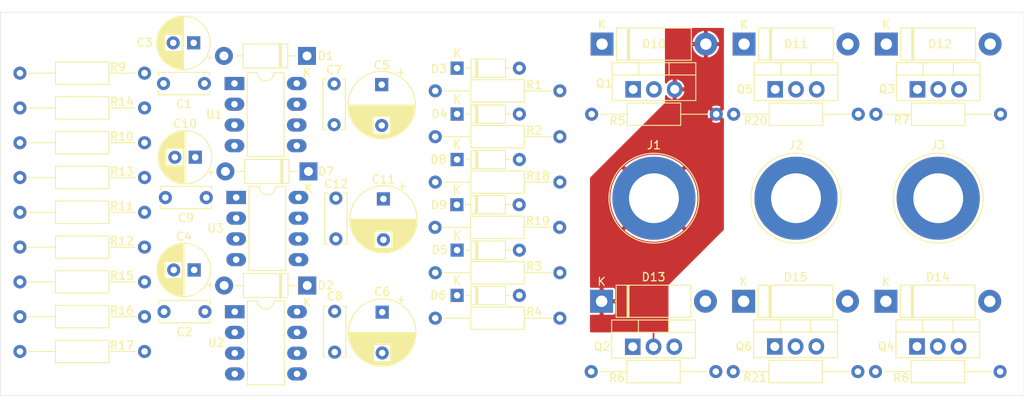
<source format=kicad_pcb>
(kicad_pcb (version 20240108) (generator "pcbnew") (generator_version "8.0")
  (layers (0 "F.Cu" signal) (31 "B.Cu" signal) (34 "B.Paste" user) (35 "F.Paste" user) (36 "B.SilkS" user "B.Silkscreen") (37 "F.SilkS" user "F.Silkscreen") (38 "B.Mask" user) (39 "F.Mask" user) (44 "Edge.Cuts" user))
  (net 0 "")
  (net 1 "VDD")
  (net 2 "GND")
  (net 3 "/MOSFET/PHASE_A")
  (net 4 "Net-(D1-K)")
  (net 5 "/MOSFET/PHASE_C")
  (net 6 "Net-(D2-K)")
  (net 7 "Net-(D7-K)")
  (net 8 "/MOSFET/PHASE_B")
  (net 9 "Net-(D3-K)")
  (net 10 "Net-(D3-A)")
  (net 11 "Net-(D4-K)")
  (net 12 "Net-(D4-A)")
  (net 13 "Net-(D5-K)")
  (net 14 "Net-(D5-A)")
  (net 15 "Net-(D6-A)")
  (net 16 "Net-(D6-K)")
  (net 17 "Net-(D8-A)")
  (net 18 "Net-(D8-K)")
  (net 19 "Net-(D9-A)")
  (net 20 "Net-(D9-K)")
  (net 21 "VDC")
  (net 22 "/MOSFET/BEMF_A")
  (net 23 "/MOSFET/BEMF_B")
  (net 24 "/MOSFET/BEMF_C")
  (net 25 "/MOSFET/PHASE_VGND")
  (net 26 "/MOSFET/PWML_A")
  (net 27 "/MOSFET/PWMH_A")
  (net 28 "/MOSFET/PWMH_C")
  (net 29 "/MOSFET/PWML_C")
  (net 30 "/MOSFET/PWML_B")
  (net 31 "/MOSFET/PWMH_B")
  (footprint "Capacitor_THT:CP_Radial_D8.0mm_P5.00mm" (layer "F.Cu") (at 136.0678 92.491749 -90)
    (property "Reference" "C5" (at -2.372549 0 180) (layer "F.SilkS"))
    (property "Value" "10u")
    (pad "1" thru_hole rect (at 0 0 270) (size 1.6 1.6) (drill 0.8) (layers "*.Cu" "*.Mask") (net 4 "Net-(D1-K)"))
    (pad "2" thru_hole circle (at 5 0 270) (size 1.6 1.6) (drill 0.8) (layers "*.Cu" "*.Mask") (net 3 "/MOSFET/PHASE_A"))
  )
  (footprint "Resistor_THT:R_Axial_DIN0207_L6.3mm_D2.5mm_P15.24mm_Horizontal" (layer "F.Cu") (at 176.9872 96.1136 180)
    (property "Reference" "R5" (at 12.0904 -0.814 360) (layer "F.SilkS"))
    (property "Value" "10K")
    (pad "1" thru_hole circle (at 0 0 180) (size 1.6 1.6) (drill 0.8) (layers "*.Cu" "*.Mask") (net 3 "/MOSFET/PHASE_A"))
    (pad "2" thru_hole oval (at 15.24 0 180) (size 1.6 1.6) (drill 0.8) (layers "*.Cu" "*.Mask") (net 10 "Net-(D3-A)"))
  )
  (footprint "Capacitor_THT:CP_Radial_D8.0mm_P5.00mm" (layer "F.Cu") (at 136.2814 106.485149 -90)
    (property "Reference" "C11" (at -2.397949 0 180) (layer "F.SilkS"))
    (property "Value" "10u")
    (pad "1" thru_hole rect (at 0 0 270) (size 1.6 1.6) (drill 0.8) (layers "*.Cu" "*.Mask") (net 7 "Net-(D7-K)"))
    (pad "2" thru_hole circle (at 5 0 270) (size 1.6 1.6) (drill 0.8) (layers "*.Cu" "*.Mask") (net 8 "/MOSFET/PHASE_B"))
  )
  (footprint "Resistor_THT:R_Axial_DIN0207_L6.3mm_D2.5mm_P15.24mm_Horizontal" (layer "F.Cu") (at 107.061 120.910675 180)
    (property "Reference" "R16" (at 2.7686 0.762 360) (layer "F.SilkS"))
    (property "Value" "33K")
    (pad "1" thru_hole circle (at 0 0 180) (size 1.6 1.6) (drill 0.8) (layers "*.Cu" "*.Mask") (net 23 "/MOSFET/BEMF_B"))
    (pad "2" thru_hole oval (at 15.24 0 180) (size 1.6 1.6) (drill 0.8) (layers "*.Cu" "*.Mask") (net 25 "/MOSFET/PHASE_VGND"))
  )
  (footprint "Diode_THT:D_DO-35_SOD27_P7.62mm_Horizontal" (layer "F.Cu") (at 145.2626 107.1992)
    (property "Reference" "D9" (at -2.2098 0.0242 0) (layer "F.SilkS"))
    (property "Value" "1N4148")
    (fp_text user "K" (at 0 -1.8 0) (layer "F.SilkS"))
    (pad "1" thru_hole rect (at 0 0) (size 1.6 1.6) (drill 0.8) (layers "*.Cu" "*.Mask") (net 20 "Net-(D9-K)"))
    (pad "2" thru_hole oval (at 7.62 0) (size 1.6 1.6) (drill 0.8) (layers "*.Cu" "*.Mask") (net 19 "Net-(D9-A)"))
  )
  (footprint "Capacitor_THT:C_Disc_D6.0mm_W2.5mm_P5.00mm" (layer "F.Cu") (at 130.4648 106.3878 -90)
    (property "Reference" "C12" (at -1.7418 0 180) (layer "F.SilkS"))
    (property "Value" "1u")
    (pad "1" thru_hole circle (at 0 0 270) (size 1.6 1.6) (drill 0.8) (layers "*.Cu" "*.Mask") (net 7 "Net-(D7-K)"))
    (pad "2" thru_hole circle (at 5 0 270) (size 1.6 1.6) (drill 0.8) (layers "*.Cu" "*.Mask") (net 8 "/MOSFET/PHASE_B"))
  )
  (footprint "Capacitor_THT:CP_Radial_D6.3mm_P2.50mm" (layer "F.Cu") (at 113.06938 87.376 180)
    (property "Reference" "C3" (at 6.00838 0.0254 0) (layer "F.SilkS"))
    (property "Value" "10u")
    (pad "1" thru_hole rect (at 0 0 180) (size 1.6 1.6) (drill 0.8) (layers "*.Cu" "*.Mask") (net 1 "VDD"))
    (pad "2" thru_hole circle (at 2.5 0 180) (size 1.6 1.6) (drill 0.8) (layers "*.Cu" "*.Mask") (net 2 "GND"))
  )
  (footprint "Resistor_THT:R_Axial_DIN0207_L6.3mm_D2.5mm_P15.24mm_Horizontal" (layer "F.Cu") (at 107.061 103.868575 180)
    (property "Reference" "R13" (at 2.7686 0.762 360) (layer "F.SilkS"))
    (property "Value" "33K")
    (pad "1" thru_hole circle (at 0 0 180) (size 1.6 1.6) (drill 0.8) (layers "*.Cu" "*.Mask") (net 2 "GND"))
    (pad "2" thru_hole oval (at 15.24 0 180) (size 1.6 1.6) (drill 0.8) (layers "*.Cu" "*.Mask") (net 23 "/MOSFET/BEMF_B"))
  )
  (footprint "Package_DIP:DIP-8_W7.62mm_LongPads" (layer "F.Cu") (at 118.2728 106.3078)
    (property "Reference" "U3" (at -2.54 3.7738 0) (layer "F.SilkS"))
    (property "Value" "IR2101")
    (pad "1" thru_hole rect (at 0 0) (size 2.4 1.6) (drill 0.8) (layers "*.Cu" "*.Mask") (net 1 "VDD"))
    (pad "2" thru_hole oval (at 0 2.54) (size 2.4 1.6) (drill 0.8) (layers "*.Cu" "*.Mask") (net 31 "/MOSFET/PWMH_B"))
    (pad "3" thru_hole oval (at 0 5.08) (size 2.4 1.6) (drill 0.8) (layers "*.Cu" "*.Mask") (net 30 "/MOSFET/PWML_B"))
    (pad "4" thru_hole oval (at 0 7.62) (size 2.4 1.6) (drill 0.8) (layers "*.Cu" "*.Mask") (net 2 "GND"))
    (pad "5" thru_hole oval (at 7.62 7.62) (size 2.4 1.6) (drill 0.8) (layers "*.Cu" "*.Mask") (net 20 "Net-(D9-K)"))
    (pad "6" thru_hole oval (at 7.62 5.08) (size 2.4 1.6) (drill 0.8) (layers "*.Cu" "*.Mask") (net 8 "/MOSFET/PHASE_B"))
    (pad "7" thru_hole oval (at 7.62 2.54) (size 2.4 1.6) (drill 0.8) (layers "*.Cu" "*.Mask") (net 18 "Net-(D8-K)"))
    (pad "8" thru_hole oval (at 7.62 0) (size 2.4 1.6) (drill 0.8) (layers "*.Cu" "*.Mask") (net 7 "Net-(D7-K)"))
  )
  (footprint "Diode_THT:D_DO-35_SOD27_P7.62mm_Horizontal" (layer "F.Cu") (at 145.288 90.4748)
    (property "Reference" "D3" (at -2.2352 0.0762 0) (layer "F.SilkS"))
    (property "Value" "1N4148")
    (fp_text user "K" (at 0 -1.8 0) (layer "F.SilkS"))
    (pad "1" thru_hole rect (at 0 0) (size 1.6 1.6) (drill 0.8) (layers "*.Cu" "*.Mask") (net 9 "Net-(D3-K)"))
    (pad "2" thru_hole oval (at 7.62 0) (size 1.6 1.6) (drill 0.8) (layers "*.Cu" "*.Mask") (net 10 "Net-(D3-A)"))
  )
  (footprint "Resistor_THT:R_Axial_DIN0207_L6.3mm_D2.5mm_P15.24mm_Horizontal" (layer "F.Cu") (at 142.5956 109.9678)
    (property "Reference" "R19" (at 12.566591 -0.7886 0) (layer "F.SilkS"))
    (property "Value" "10")
    (pad "1" thru_hole circle (at 0 0) (size 1.6 1.6) (drill 0.8) (layers "*.Cu" "*.Mask") (net 20 "Net-(D9-K)"))
    (pad "2" thru_hole oval (at 15.24 0) (size 1.6 1.6) (drill 0.8) (layers "*.Cu" "*.Mask") (net 19 "Net-(D9-A)"))
  )
  (footprint "Diode_THT:D_5W_P12.70mm_Horizontal" (layer "F.Cu") (at 197.739 119.0244)
    (property "Reference" "D14" (at 6.35 -2.97 0) (layer "F.SilkS"))
    (property "Value" "SS34")
    (fp_text user "K" (at 0 -2.4 0) (layer "F.SilkS"))
    (pad "1" thru_hole rect (at 0 0) (size 2.8 2.8) (drill 1.4) (layers "*.Cu" "*.Mask") (net 5 "/MOSFET/PHASE_C"))
    (pad "2" thru_hole oval (at 12.7 0) (size 2.8 2.8) (drill 1.4) (layers "*.Cu" "*.Mask") (net 2 "GND"))
  )
  (footprint "Package_TO_SOT_THT:TO-220-3_Vertical" (layer "F.Cu") (at 166.8272 93.0708)
    (property "Reference" "Q1" (at -3.556 -0.7164 360) (layer "F.SilkS"))
    (property "Value" "IRF3205")
    (pad "1" thru_hole rect (at 0 0) (size 1.905 2) (drill 1.1) (layers "*.Cu" "*.Mask") (net 10 "Net-(D3-A)"))
    (pad "2" thru_hole oval (at 2.54 0) (size 1.905 2) (drill 1.1) (layers "*.Cu" "*.Mask") (net 21 "VDC"))
    (pad "3" thru_hole oval (at 5.08 0) (size 1.905 2) (drill 1.1) (layers "*.Cu" "*.Mask") (net 3 "/MOSFET/PHASE_A"))
  )
  (footprint "Diode_THT:D_5W_P12.70mm_Horizontal" (layer "F.Cu") (at 163.0172 87.5284)
    (property "Reference" "D10" (at 6.35 0 0) (layer "F.SilkS"))
    (property "Value" "SS34")
    (fp_text user "K" (at 0 -2.4 0) (layer "F.SilkS"))
    (pad "1" thru_hole rect (at 0 0) (size 2.8 2.8) (drill 1.4) (layers "*.Cu" "*.Mask") (net 21 "VDC"))
    (pad "2" thru_hole oval (at 12.7 0) (size 2.8 2.8) (drill 1.4) (layers "*.Cu" "*.Mask") (net 3 "/MOSFET/PHASE_A"))
  )
  (footprint "Resistor_THT:R_Axial_DIN0207_L6.3mm_D2.5mm_P15.24mm_Horizontal" (layer "F.Cu") (at 107.061 95.347525 180)
    (property "Reference" "R14" (at 2.7686 0.762 360) (layer "F.SilkS"))
    (property "Value" "33K")
    (pad "1" thru_hole circle (at 0 0 180) (size 1.6 1.6) (drill 0.8) (layers "*.Cu" "*.Mask") (net 2 "GND"))
    (pad "2" thru_hole oval (at 15.24 0 180) (size 1.6 1.6) (drill 0.8) (layers "*.Cu" "*.Mask") (net 22 "/MOSFET/BEMF_A"))
  )
  (footprint "Package_DIP:DIP-8_W7.62mm_LongPads" (layer "F.Cu") (at 118.095 120.3032)
    (property "Reference" "U2" (at -2.2606 3.7992 0) (layer "F.SilkS"))
    (property "Value" "IR2101")
    (pad "1" thru_hole rect (at 0 0) (size 2.4 1.6) (drill 0.8) (layers "*.Cu" "*.Mask") (net 1 "VDD"))
    (pad "2" thru_hole oval (at 0 2.54) (size 2.4 1.6) (drill 0.8) (layers "*.Cu" "*.Mask") (net 28 "/MOSFET/PWMH_C"))
    (pad "3" thru_hole oval (at 0 5.08) (size 2.4 1.6) (drill 0.8) (layers "*.Cu" "*.Mask") (net 29 "/MOSFET/PWML_C"))
    (pad "4" thru_hole oval (at 0 7.62) (size 2.4 1.6) (drill 0.8) (layers "*.Cu" "*.Mask") (net 2 "GND"))
    (pad "5" thru_hole oval (at 7.62 7.62) (size 2.4 1.6) (drill 0.8) (layers "*.Cu" "*.Mask") (net 16 "Net-(D6-K)"))
    (pad "6" thru_hole oval (at 7.62 5.08) (size 2.4 1.6) (drill 0.8) (layers "*.Cu" "*.Mask") (net 5 "/MOSFET/PHASE_C"))
    (pad "7" thru_hole oval (at 7.62 2.54) (size 2.4 1.6) (drill 0.8) (layers "*.Cu" "*.Mask") (net 13 "Net-(D5-K)"))
    (pad "8" thru_hole oval (at 7.62 0) (size 2.4 1.6) (drill 0.8) (layers "*.Cu" "*.Mask") (net 6 "Net-(D2-K)"))
  )
  (footprint "Capacitor_THT:C_Disc_D6.0mm_W2.5mm_P5.00mm" (layer "F.Cu") (at 114.387 92.3544 180)
    (property "Reference" "C1" (at 2.5 -2.5 0) (layer "F.SilkS"))
    (property "Value" "100n")
    (pad "1" thru_hole circle (at 0 0 180) (size 1.6 1.6) (drill 0.8) (layers "*.Cu" "*.Mask") (net 1 "VDD"))
    (pad "2" thru_hole circle (at 5 0 180) (size 1.6 1.6) (drill 0.8) (layers "*.Cu" "*.Mask") (net 2 "GND"))
  )
  (footprint "Capacitor_THT:CP_Radial_D6.3mm_P2.50mm" (layer "F.Cu") (at 113.13058 115.187 180)
    (property "Reference" "C4" (at 1.25 4.0894 360) (layer "F.SilkS"))
    (property "Value" "10u")
    (pad "1" thru_hole rect (at 0 0 180) (size 1.6 1.6) (drill 0.8) (layers "*.Cu" "*.Mask") (net 1 "VDD"))
    (pad "2" thru_hole circle (at 2.5 0 180) (size 1.6 1.6) (drill 0.8) (layers "*.Cu" "*.Mask") (net 2 "GND"))
  )
  (footprint "Package_DIP:DIP-8_W7.62mm_LongPads" (layer "F.Cu") (at 118.0592 92.3544)
    (property "Reference" "U1" (at -2.4788 3.808 0) (layer "F.SilkS"))
    (property "Value" "IR2101")
    (pad "1" thru_hole rect (at 0 0) (size 2.4 1.6) (drill 0.8) (layers "*.Cu" "*.Mask") (net 1 "VDD"))
    (pad "2" thru_hole oval (at 0 2.54) (size 2.4 1.6) (drill 0.8) (layers "*.Cu" "*.Mask") (net 27 "/MOSFET/PWMH_A"))
    (pad "3" thru_hole oval (at 0 5.08) (size 2.4 1.6) (drill 0.8) (layers "*.Cu" "*.Mask") (net 26 "/MOSFET/PWML_A"))
    (pad "4" thru_hole oval (at 0 7.62) (size 2.4 1.6) (drill 0.8) (layers "*.Cu" "*.Mask") (net 2 "GND"))
    (pad "5" thru_hole oval (at 7.62 7.62) (size 2.4 1.6) (drill 0.8) (layers "*.Cu" "*.Mask") (net 11 "Net-(D4-K)"))
    (pad "6" thru_hole oval (at 7.62 5.08) (size 2.4 1.6) (drill 0.8) (layers "*.Cu" "*.Mask") (net 3 "/MOSFET/PHASE_A"))
    (pad "7" thru_hole oval (at 7.62 2.54) (size 2.4 1.6) (drill 0.8) (layers "*.Cu" "*.Mask") (net 9 "Net-(D3-K)"))
    (pad "8" thru_hole oval (at 7.62 0) (size 2.4 1.6) (drill 0.8) (layers "*.Cu" "*.Mask") (net 4 "Net-(D1-K)"))
  )
  (footprint "Capacitor_THT:C_Disc_D6.0mm_W2.5mm_P5.00mm" (layer "F.Cu") (at 130.2512 92.3944 -90)
    (property "Reference" "C7" (at -1.7164 0 180) (layer "F.SilkS"))
    (property "Value" "1u")
    (pad "1" thru_hole circle (at 0 0 270) (size 1.6 1.6) (drill 0.8) (layers "*.Cu" "*.Mask") (net 4 "Net-(D1-K)"))
    (pad "2" thru_hole circle (at 5 0 270) (size 1.6 1.6) (drill 0.8) (layers "*.Cu" "*.Mask") (net 3 "/MOSFET/PHASE_A"))
  )
  (footprint "Package_TO_SOT_THT:TO-220-3_Vertical" (layer "F.Cu") (at 201.549 124.5616)
    (property "Reference" "Q4" (at -3.7846 0 0) (layer "F.SilkS"))
    (property "Value" "IRF3205")
    (pad "1" thru_hole rect (at 0 0) (size 1.905 2) (drill 1.1) (layers "*.Cu" "*.Mask") (net 15 "Net-(D6-A)"))
    (pad "2" thru_hole oval (at 2.54 0) (size 1.905 2) (drill 1.1) (layers "*.Cu" "*.Mask") (net 5 "/MOSFET/PHASE_C"))
    (pad "3" thru_hole oval (at 5.08 0) (size 1.905 2) (drill 1.1) (layers "*.Cu" "*.Mask") (net 2 "GND"))
  )
  (footprint "Diode_THT:D_DO-35_SOD27_P7.62mm_Horizontal" (layer "F.Cu") (at 145.288 96.0994)
    (property "Reference" "D4" (at -2.159 -0.0266 0) (layer "F.SilkS"))
    (property "Value" "1N4148")
    (fp_text user "K" (at 0 -1.8 0) (layer "F.SilkS"))
    (pad "1" thru_hole rect (at 0 0) (size 1.6 1.6) (drill 0.8) (layers "*.Cu" "*.Mask") (net 11 "Net-(D4-K)"))
    (pad "2" thru_hole oval (at 7.62 0) (size 1.6 1.6) (drill 0.8) (layers "*.Cu" "*.Mask") (net 12 "Net-(D4-A)"))
  )
  (footprint "Resistor_THT:R_Axial_DIN0207_L6.3mm_D2.5mm_P15.24mm_Horizontal" (layer "F.Cu") (at 107.061 91.087 180)
    (property "Reference" "R9" (at 3.244791 0.762 360) (layer "F.SilkS"))
    (property "Value" "33K")
    (pad "1" thru_hole circle (at 0 0 180) (size 1.6 1.6) (drill 0.8) (layers "*.Cu" "*.Mask") (net 3 "/MOSFET/PHASE_A"))
    (pad "2" thru_hole oval (at 15.24 0 180) (size 1.6 1.6) (drill 0.8) (layers "*.Cu" "*.Mask") (net 22 "/MOSFET/BEMF_A"))
  )
  (footprint "Package_TO_SOT_THT:TO-220-3_Vertical" (layer "F.Cu") (at 184.2008 93.0708)
    (property "Reference" "Q5" (at -3.7338 0 0) (layer "F.SilkS"))
    (property "Value" "IRF3205")
    (pad "1" thru_hole rect (at 0 0) (size 1.905 2) (drill 1.1) (layers "*.Cu" "*.Mask") (net 17 "Net-(D8-A)"))
    (pad "2" thru_hole oval (at 2.54 0) (size 1.905 2) (drill 1.1) (layers "*.Cu" "*.Mask") (net 21 "VDC"))
    (pad "3" thru_hole oval (at 5.08 0) (size 1.905 2) (drill 1.1) (layers "*.Cu" "*.Mask") (net 8 "/MOSFET/PHASE_B"))
  )
  (footprint "Resistor_THT:R_Axial_DIN0207_L6.3mm_D2.5mm_P15.24mm_Horizontal" (layer "F.Cu") (at 142.621 93.2546)
    (property "Reference" "R1" (at 12.0904 -0.7378 0) (layer "F.SilkS"))
    (property "Value" "10")
    (pad "1" thru_hole circle (at 0 0) (size 1.6 1.6) (drill 0.8) (layers "*.Cu" "*.Mask") (net 9 "Net-(D3-K)"))
    (pad "2" thru_hole oval (at 15.24 0) (size 1.6 1.6) (drill 0.8) (layers "*.Cu" "*.Mask") (net 10 "Net-(D3-A)"))
  )
  (footprint "Resistor_THT:R_Axial_DIN0207_L6.3mm_D2.5mm_P15.24mm_Horizontal" (layer "F.Cu") (at 107.061 125.1712 180)
    (property "Reference" "R17" (at 2.7686 0.762 360) (layer "F.SilkS"))
    (property "Value" "33K")
    (pad "1" thru_hole circle (at 0 0 180) (size 1.6 1.6) (drill 0.8) (layers "*.Cu" "*.Mask") (net 24 "/MOSFET/BEMF_C"))
    (pad "2" thru_hole oval (at 15.24 0 180) (size 1.6 1.6) (drill 0.8) (layers "*.Cu" "*.Mask") (net 25 "/MOSFET/PHASE_VGND"))
  )
  (footprint "Resistor_THT:R_Axial_DIN0207_L6.3mm_D2.5mm_P15.24mm_Horizontal" (layer "F.Cu") (at 194.31 127.635 180)
    (property "Reference" "R21" (at 12.566591 -0.7378 360) (layer "F.SilkS"))
    (property "Value" "10K")
    (pad "1" thru_hole circle (at 0 0 180) (size 1.6 1.6) (drill 0.8) (layers "*.Cu" "*.Mask") (net 2 "GND"))
    (pad "2" thru_hole oval (at 15.24 0 180) (size 1.6 1.6) (drill 0.8) (layers "*.Cu" "*.Mask") (net 19 "Net-(D9-A)"))
  )
  (footprint "Resistor_THT:R_Axial_DIN0207_L6.3mm_D2.5mm_P15.24mm_Horizontal" (layer "F.Cu") (at 142.621 98.868)
    (property "Reference" "R2" (at 12.0904 -0.7632 0) (layer "F.SilkS"))
    (property "Value" "10")
    (pad "1" thru_hole circle (at 0 0) (size 1.6 1.6) (drill 0.8) (layers "*.Cu" "*.Mask") (net 11 "Net-(D4-K)"))
    (pad "2" thru_hole oval (at 15.24 0) (size 1.6 1.6) (drill 0.8) (layers "*.Cu" "*.Mask") (net 12 "Net-(D4-A)"))
  )
  (footprint "Resistor_THT:R_Axial_DIN0207_L6.3mm_D2.5mm_P15.24mm_Horizontal" (layer "F.Cu") (at 107.061 99.60805 180)
    (property "Reference" "R10" (at 2.7686 0.762 360) (layer "F.SilkS"))
    (property "Value" "33K")
    (pad "1" thru_hole circle (at 0 0 180) (size 1.6 1.6) (drill 0.8) (layers "*.Cu" "*.Mask") (net 8 "/MOSFET/PHASE_B"))
    (pad "2" thru_hole oval (at 15.24 0 180) (size 1.6 1.6) (drill 0.8) (layers "*.Cu" "*.Mask") (net 23 "/MOSFET/BEMF_B"))
  )
  (footprint "Diode_THT:D_5W_P12.70mm_Horizontal" (layer "F.Cu") (at 197.7898 87.5284)
    (property "Reference" "D12" (at 6.5532 0 0) (layer "F.SilkS"))
    (property "Value" "SS34")
    (fp_text user "K" (at 0 -2.4 0) (layer "F.SilkS"))
    (pad "1" thru_hole rect (at 0 0) (size 2.8 2.8) (drill 1.4) (layers "*.Cu" "*.Mask") (net 21 "VDC"))
    (pad "2" thru_hole oval (at 12.7 0) (size 2.8 2.8) (drill 1.4) (layers "*.Cu" "*.Mask") (net 5 "/MOSFET/PHASE_C"))
  )
  (footprint "Capacitor_THT:C_Disc_D6.0mm_W2.5mm_P5.00mm" (layer "F.Cu") (at 114.61202 106.3224 180)
    (property "Reference" "C9" (at 2.5 -2.5 0) (layer "F.SilkS"))
    (property "Value" "100n")
    (pad "1" thru_hole circle (at 0 0 180) (size 1.6 1.6) (drill 0.8) (layers "*.Cu" "*.Mask") (net 1 "VDD"))
    (pad "2" thru_hole circle (at 5 0 180) (size 1.6 1.6) (drill 0.8) (layers "*.Cu" "*.Mask") (net 2 "GND"))
  )
  (footprint "Package_TO_SOT_THT:TO-220-3_Vertical" (layer "F.Cu") (at 166.7764 124.587)
    (property "Reference" "Q2" (at -3.7592 0 360) (layer "F.SilkS"))
    (property "Value" "IRF3205")
    (pad "1" thru_hole rect (at 0 0) (size 1.905 2) (drill 1.1) (layers "*.Cu" "*.Mask") (net 12 "Net-(D4-A)"))
    (pad "2" thru_hole oval (at 2.54 0) (size 1.905 2) (drill 1.1) (layers "*.Cu" "*.Mask") (net 3 "/MOSFET/PHASE_A"))
    (pad "3" thru_hole oval (at 5.08 0) (size 1.905 2) (drill 1.1) (layers "*.Cu" "*.Mask") (net 2 "GND"))
  )
  (footprint "Diode_THT:D_DO-41_SOD81_P10.16mm_Horizontal" (layer "F.Cu") (at 127.112 103.122 180)
    (property "Reference" "D7" (at -2.1436 0.012 0) (layer "F.SilkS"))
    (property "Value" "1N5819")
    (fp_text user "K" (at 0 -2.1 0) (layer "F.SilkS"))
    (pad "1" thru_hole rect (at 0 0 180) (size 2.2 2.2) (drill 1.1) (layers "*.Cu" "*.Mask") (net 7 "Net-(D7-K)"))
    (pad "2" thru_hole oval (at 10.16 0 180) (size 2.2 2.2) (drill 1.1) (layers "*.Cu" "*.Mask") (net 1 "VDD"))
  )
  (footprint "Resistor_THT:R_Axial_DIN0207_L6.3mm_D2.5mm_P15.24mm_Horizontal" (layer "F.Cu") (at 211.709 127.635 180)
    (property "Reference" "R8" (at 12.0904 -0.7886 360) (layer "F.SilkS"))
    (property "Value" "10K")
    (pad "1" thru_hole circle (at 0 0 180) (size 1.6 1.6) (drill 0.8) (layers "*.Cu" "*.Mask") (net 2 "GND"))
    (pad "2" thru_hole oval (at 15.24 0 180) (size 1.6 1.6) (drill 0.8) (layers "*.Cu" "*.Mask") (net 15 "Net-(D6-A)"))
  )
  (footprint "Package_TO_SOT_THT:TO-220-3_Vertical" (layer "F.Cu") (at 184.15 124.5616)
    (property "Reference" "Q6" (at -3.7846 0 0) (layer "F.SilkS"))
    (property "Value" "IRF3205")
    (pad "1" thru_hole rect (at 0 0) (size 1.905 2) (drill 1.1) (layers "*.Cu" "*.Mask") (net 19 "Net-(D9-A)"))
    (pad "2" thru_hole oval (at 2.54 0) (size 1.905 2) (drill 1.1) (layers "*.Cu" "*.Mask") (net 8 "/MOSFET/PHASE_B"))
    (pad "3" thru_hole oval (at 5.08 0) (size 1.905 2) (drill 1.1) (layers "*.Cu" "*.Mask") (net 2 "GND"))
  )
  (footprint "Connector:Banana_Jack_1Pin" (layer "F.Cu") (at 169.3672 106.4006)
    (property "Reference" "J1" (at 0 -6.5 0) (layer "F.SilkS"))
    (property "Value" "Conn_01x01_Socket")
    (pad "1" thru_hole circle (at 0 0) (size 10.16 10.16) (drill 6.1) (layers "*.Cu" "*.Mask") (net 3 "/MOSFET/PHASE_A"))
  )
  (footprint "Capacitor_THT:CP_Radial_D6.3mm_P2.50mm" (layer "F.Cu") (at 113.269 101.384 180)
    (property "Reference" "C10" (at 1.2446 4.1148 0) (layer "F.SilkS"))
    (property "Value" "10u")
    (pad "1" thru_hole rect (at 0 0 180) (size 1.6 1.6) (drill 0.8) (layers "*.Cu" "*.Mask") (net 1 "VDD"))
    (pad "2" thru_hole circle (at 2.5 0 180) (size 1.6 1.6) (drill 0.8) (layers "*.Cu" "*.Mask") (net 2 "GND"))
  )
  (footprint "Capacitor_THT:CP_Radial_D8.0mm_P5.00mm" (layer "F.Cu") (at 136.129 120.353549 -90)
    (property "Reference" "C6" (at -2.499549 0 180) (layer "F.SilkS"))
    (property "Value" "10u")
    (pad "1" thru_hole rect (at 0 0 270) (size 1.6 1.6) (drill 0.8) (layers "*.Cu" "*.Mask") (net 6 "Net-(D2-K)"))
    (pad "2" thru_hole circle (at 5 0 270) (size 1.6 1.6) (drill 0.8) (layers "*.Cu" "*.Mask") (net 5 "/MOSFET/PHASE_C"))
  )
  (footprint "Resistor_THT:R_Axial_DIN0207_L6.3mm_D2.5mm_P15.24mm_Horizontal" (layer "F.Cu") (at 107.061 108.1291 180)
    (property "Reference" "R11" (at 2.7686 0.762 360) (layer "F.SilkS"))
    (property "Value" "33K")
    (pad "1" thru_hole circle (at 0 0 180) (size 1.6 1.6) (drill 0.8) (layers "*.Cu" "*.Mask") (net 5 "/MOSFET/PHASE_C"))
    (pad "2" thru_hole oval (at 15.24 0 180) (size 1.6 1.6) (drill 0.8) (layers "*.Cu" "*.Mask") (net 24 "/MOSFET/BEMF_C"))
  )
  (footprint "Capacitor_THT:C_Disc_D6.0mm_W2.5mm_P5.00mm" (layer "F.Cu") (at 114.4482 120.2924 180)
    (property "Reference" "C2" (at 2.5 -2.5 360) (layer "F.SilkS"))
    (property "Value" "100n")
    (pad "1" thru_hole circle (at 0 0 180) (size 1.6 1.6) (drill 0.8) (layers "*.Cu" "*.Mask") (net 1 "VDD"))
    (pad "2" thru_hole circle (at 5 0 180) (size 1.6 1.6) (drill 0.8) (layers "*.Cu" "*.Mask") (net 2 "GND"))
  )
  (footprint "Diode_THT:D_5W_P12.70mm_Horizontal" (layer "F.Cu") (at 180.34 119.0244)
    (property "Reference" "D15" (at 6.35 -2.97 0) (layer "F.SilkS"))
    (property "Value" "SS34")
    (fp_text user "K" (at 0 -2.4 0) (layer "F.SilkS"))
    (pad "1" thru_hole rect (at 0 0) (size 2.8 2.8) (drill 1.4) (layers "*.Cu" "*.Mask") (net 8 "/MOSFET/PHASE_B"))
    (pad "2" thru_hole oval (at 12.7 0) (size 2.8 2.8) (drill 1.4) (layers "*.Cu" "*.Mask") (net 2 "GND"))
  )
  (footprint "Resistor_THT:R_Axial_DIN0207_L6.3mm_D2.5mm_P15.24mm_Horizontal" (layer "F.Cu") (at 107.061 116.65015 180)
    (property "Reference" "R15" (at 2.7686 0.762 360) (layer "F.SilkS"))
    (property "Value" "33K")
    (pad "1" thru_hole circle (at 0 0 180) (size 1.6 1.6) (drill 0.8) (layers "*.Cu" "*.Mask") (net 22 "/MOSFET/BEMF_A"))
    (pad "2" thru_hole oval (at 15.24 0 180) (size 1.6 1.6) (drill 0.8) (layers "*.Cu" "*.Mask") (net 25 "/MOSFET/PHASE_VGND"))
  )
  (footprint "Diode_THT:D_DO-35_SOD27_P7.62mm_Horizontal" (layer "F.Cu") (at 145.288 118.299)
    (property "Reference" "D6" (at -2.3114 -0.0012 0) (layer "F.SilkS"))
    (property "Value" "1N4148")
    (fp_text user "K" (at 0 -1.8 0) (layer "F.SilkS"))
    (pad "1" thru_hole rect (at 0 0) (size 1.6 1.6) (drill 0.8) (layers "*.Cu" "*.Mask") (net 16 "Net-(D6-K)"))
    (pad "2" thru_hole oval (at 7.62 0) (size 1.6 1.6) (drill 0.8) (layers "*.Cu" "*.Mask") (net 15 "Net-(D6-A)"))
  )
  (footprint "Resistor_THT:R_Axial_DIN0207_L6.3mm_D2.5mm_P15.24mm_Horizontal" (layer "F.Cu") (at 142.621 115.5304)
    (property "Reference" "R3" (at 12.0904 -0.7886 0) (layer "F.SilkS"))
    (property "Value" "10")
    (pad "1" thru_hole circle (at 0 0) (size 1.6 1.6) (drill 0.8) (layers "*.Cu" "*.Mask") (net 13 "Net-(D5-K)"))
    (pad "2" thru_hole oval (at 15.24 0) (size 1.6 1.6) (drill 0.8) (layers "*.Cu" "*.Mask") (net 14 "Net-(D5-A)"))
  )
  (footprint "Resistor_THT:R_Axial_DIN0207_L6.3mm_D2.5mm_P15.24mm_Horizontal" (layer "F.Cu") (at 142.621 121.093)
    (property "Reference" "R4" (at 12.0904 -0.7632 0) (layer "F.SilkS"))
    (property "Value" "10")
    (pad "1" thru_hole circle (at 0 0) (size 1.6 1.6) (drill 0.8) (layers "*.Cu" "*.Mask") (net 16 "Net-(D6-K)"))
    (pad "2" thru_hole oval (at 15.24 0) (size 1.6 1.6) (drill 0.8) (layers "*.Cu" "*.Mask") (net 15 "Net-(D6-A)"))
  )
  (footprint "Resistor_THT:R_Axial_DIN0207_L6.3mm_D2.5mm_P15.24mm_Horizontal" (layer "F.Cu") (at 107.061 112.389625 180)
    (property "Reference" "R12" (at 2.7686 0.762 360) (layer "F.SilkS"))
    (property "Value" "33K")
    (pad "1" thru_hole circle (at 0 0 180) (size 1.6 1.6) (drill 0.8) (layers "*.Cu" "*.Mask") (net 2 "GND"))
    (pad "2" thru_hole oval (at 15.24 0 180) (size 1.6 1.6) (drill 0.8) (layers "*.Cu" "*.Mask") (net 24 "/MOSFET/BEMF_C"))
  )
  (footprint "Capacitor_THT:C_Disc_D6.0mm_W2.5mm_P5.00mm" (layer "F.Cu") (at 130.3124 120.2562 -90)
    (property "Reference" "C8" (at -1.8434 0 180) (layer "F.SilkS"))
    (property "Value" "1u")
    (pad "1" thru_hole circle (at 0 0 270) (size 1.6 1.6) (drill 0.8) (layers "*.Cu" "*.Mask") (net 6 "Net-(D2-K)"))
    (pad "2" thru_hole circle (at 5 0 270) (size 1.6 1.6) (drill 0.8) (layers "*.Cu" "*.Mask") (net 5 "/MOSFET/PHASE_C"))
  )
  (footprint "Resistor_THT:R_Axial_DIN0207_L6.3mm_D2.5mm_P15.24mm_Horizontal" (layer "F.Cu") (at 211.7598 96.1136 180)
    (property "Reference" "R7" (at 12.0904 -0.7124 360) (layer "F.SilkS"))
    (property "Value" "10K")
    (pad "1" thru_hole circle (at 0 0 180) (size 1.6 1.6) (drill 0.8) (layers "*.Cu" "*.Mask") (net 5 "/MOSFET/PHASE_C"))
    (pad "2" thru_hole oval (at 15.24 0 180) (size 1.6 1.6) (drill 0.8) (layers "*.Cu" "*.Mask") (net 14 "Net-(D5-A)"))
  )
  (footprint "Diode_THT:D_5W_P12.70mm_Horizontal" (layer "F.Cu") (at 162.9664 119.0244)
    (property "Reference" "D13" (at 6.35 -2.97 0) (layer "F.SilkS"))
    (property "Value" "SS34")
    (fp_text user "K" (at 0 -2.4 0) (layer "F.SilkS"))
    (pad "1" thru_hole rect (at 0 0) (size 2.8 2.8) (drill 1.4) (layers "*.Cu" "*.Mask") (net 3 "/MOSFET/PHASE_A"))
    (pad "2" thru_hole oval (at 12.7 0) (size 2.8 2.8) (drill 1.4) (layers "*.Cu" "*.Mask") (net 2 "GND"))
  )
  (footprint "Connector:Banana_Jack_1Pin" (layer "F.Cu") (at 204.1398 106.4006)
    (property "Reference" "J3" (at 0 -6.5 0) (layer "F.SilkS"))
    (property "Value" "Conn_01x01_Socket")
    (pad "1" thru_hole circle (at 0 0) (size 10.16 10.16) (drill 6.1) (layers "*.Cu" "*.Mask") (net 5 "/MOSFET/PHASE_C"))
  )
  (footprint "Diode_THT:D_DO-35_SOD27_P7.62mm_Horizontal" (layer "F.Cu") (at 145.288 101.662)
    (property "Reference" "D8" (at -2.286 0.0242 0) (layer "F.SilkS"))
    (property "Value" "1N4148")
    (fp_text user "K" (at 0 -1.8 0) (layer "F.SilkS"))
    (pad "1" thru_hole rect (at 0 0) (size 1.6 1.6) (drill 0.8) (layers "*.Cu" "*.Mask") (net 18 "Net-(D8-K)"))
    (pad "2" thru_hole oval (at 7.62 0) (size 1.6 1.6) (drill 0.8) (layers "*.Cu" "*.Mask") (net 17 "Net-(D8-A)"))
  )
  (footprint "Resistor_THT:R_Axial_DIN0207_L6.3mm_D2.5mm_P15.24mm_Horizontal" (layer "F.Cu") (at 142.621 104.4306)
    (property "Reference" "R18" (at 12.566591 -0.7632 0) (layer "F.SilkS"))
    (property "Value" "10")
    (pad "1" thru_hole circle (at 0 0) (size 1.6 1.6) (drill 0.8) (layers "*.Cu" "*.Mask") (net 18 "Net-(D8-K)"))
    (pad "2" thru_hole oval (at 15.24 0) (size 1.6 1.6) (drill 0.8) (layers "*.Cu" "*.Mask") (net 17 "Net-(D8-A)"))
  )
  (footprint "Diode_THT:D_DO-41_SOD81_P10.16mm_Horizontal" (layer "F.Cu") (at 126.9342 88.9742 180)
    (property "Reference" "D1" (at -2.286 0 0) (layer "F.SilkS"))
    (property "Value" "1N5819")
    (fp_text user "K" (at 0 -2.1 0) (layer "F.SilkS"))
    (pad "1" thru_hole rect (at 0 0 180) (size 2.2 2.2) (drill 1.1) (layers "*.Cu" "*.Mask") (net 4 "Net-(D1-K)"))
    (pad "2" thru_hole oval (at 10.16 0 180) (size 2.2 2.2) (drill 1.1) (layers "*.Cu" "*.Mask") (net 1 "VDD"))
  )
  (footprint "Package_TO_SOT_THT:TO-220-3_Vertical" (layer "F.Cu") (at 201.5998 93.0708)
    (property "Reference" "Q3" (at -3.7338 -0.0254 0) (layer "F.SilkS"))
    (property "Value" "IRF3205")
    (pad "1" thru_hole rect (at 0 0) (size 1.905 2) (drill 1.1) (layers "*.Cu" "*.Mask") (net 14 "Net-(D5-A)"))
    (pad "2" thru_hole oval (at 2.54 0) (size 1.905 2) (drill 1.1) (layers "*.Cu" "*.Mask") (net 21 "VDC"))
    (pad "3" thru_hole oval (at 5.08 0) (size 1.905 2) (drill 1.1) (layers "*.Cu" "*.Mask") (net 5 "/MOSFET/PHASE_C"))
  )
  (footprint "Resistor_THT:R_Axial_DIN0207_L6.3mm_D2.5mm_P15.24mm_Horizontal" (layer "F.Cu") (at 194.3608 96.1136 180)
    (property "Reference" "R20" (at 12.566591 -0.814 360) (layer "F.SilkS"))
    (property "Value" "10K")
    (pad "1" thru_hole circle (at 0 0 180) (size 1.6 1.6) (drill 0.8) (layers "*.Cu" "*.Mask") (net 8 "/MOSFET/PHASE_B"))
    (pad "2" thru_hole oval (at 15.24 0 180) (size 1.6 1.6) (drill 0.8) (layers "*.Cu" "*.Mask") (net 17 "Net-(D8-A)"))
  )
  (footprint "Diode_THT:D_DO-35_SOD27_P7.62mm_Horizontal" (layer "F.Cu") (at 145.288 112.7618)
    (property "Reference" "D5" (at -2.1336 -0.0266 0) (layer "F.SilkS"))
    (property "Value" "1N4148")
    (fp_text user "K" (at 0 -1.8 0) (layer "F.SilkS"))
    (pad "1" thru_hole rect (at 0 0) (size 1.6 1.6) (drill 0.8) (layers "*.Cu" "*.Mask") (net 13 "Net-(D5-K)"))
    (pad "2" thru_hole oval (at 7.62 0) (size 1.6 1.6) (drill 0.8) (layers "*.Cu" "*.Mask") (net 14 "Net-(D5-A)"))
  )
  (footprint "Resistor_THT:R_Axial_DIN0207_L6.3mm_D2.5mm_P15.24mm_Horizontal" (layer "F.Cu") (at 176.9364 127.635 180)
    (property "Reference" "R6" (at 12.0904 -0.7632 360) (layer "F.SilkS"))
    (property "Value" "10K")
    (pad "1" thru_hole circle (at 0 0 180) (size 1.6 1.6) (drill 0.8) (layers "*.Cu" "*.Mask") (net 2 "GND"))
    (pad "2" thru_hole oval (at 15.24 0 180) (size 1.6 1.6) (drill 0.8) (layers "*.Cu" "*.Mask") (net 12 "Net-(D4-A)"))
  )
  (footprint "Diode_THT:D_5W_P12.70mm_Horizontal" (layer "F.Cu") (at 180.3908 87.5284)
    (property "Reference" "D11" (at 6.35 0 0) (layer "F.SilkS"))
    (property "Value" "SS34")
    (fp_text user "K" (at 0 -2.4 0) (layer "F.SilkS"))
    (pad "1" thru_hole rect (at 0 0) (size 2.8 2.8) (drill 1.4) (layers "*.Cu" "*.Mask") (net 21 "VDC"))
    (pad "2" thru_hole oval (at 12.7 0) (size 2.8 2.8) (drill 1.4) (layers "*.Cu" "*.Mask") (net 8 "/MOSFET/PHASE_B"))
  )
  (footprint "Diode_THT:D_DO-41_SOD81_P10.16mm_Horizontal" (layer "F.Cu") (at 126.9596 117.092 180)
    (property "Reference" "D2" (at -2.2452 0.012 360) (layer "F.SilkS"))
    (property "Value" "1N5819")
    (fp_text user "K" (at 0 -2.1 360) (layer "F.SilkS"))
    (pad "1" thru_hole rect (at 0 0 180) (size 2.2 2.2) (drill 1.1) (layers "*.Cu" "*.Mask") (net 6 "Net-(D2-K)"))
    (pad "2" thru_hole oval (at 10.16 0 180) (size 2.2 2.2) (drill 1.1) (layers "*.Cu" "*.Mask") (net 1 "VDD"))
  )
  (footprint "Connector:Banana_Jack_1Pin" (layer "F.Cu") (at 186.7408 106.4006)
    (property "Reference" "J2" (at 0 -6.5 0) (layer "F.SilkS"))
    (property "Value" "Conn_01x01_Socket")
    (pad "1" thru_hole circle (at 0 0) (size 10.16 10.16) (drill 6.1) (layers "*.Cu" "*.Mask") (net 8 "/MOSFET/PHASE_B"))
  )
  (gr_rect (start 89.408 83.6168) (end 214.63 130.556) (stroke (width 0.05)) (fill none) (layer "Edge.Cuts"))
  (segment (start 169.3164 124.587) (end 169.3164 119.4816) (width 0.2) (layer "F.Cu") (net 3))
  (segment (start 169.3164 119.4816) (end 168.8592 119.0244) (width 0.2) (layer "F.Cu") (net 3))
  (segment (start 168.8592 119.0244) (end 162.9664 119.0244) (width 0.2) (layer "F.Cu") (net 3))
  (zone (net 3) (net_name "/MOSFET/PHASE_A") (layer "F.Cu") (connect_pads (clearance 0.25)) (min_thickness 0.25) (fill yes (thermal_gap 0.25) (thermal_bridge_width 0.5))
    (polygon (pts (xy 171.1452 117.0432) (xy 171.1452 122.8344) (xy 161.544 122.8344) (xy 161.544 103.886) (xy 170.7134 94.7166) (xy 170.7134 85.5472) (xy 177.927 85.5472) (xy 177.927 110.2614)))
  )
)
</source>
